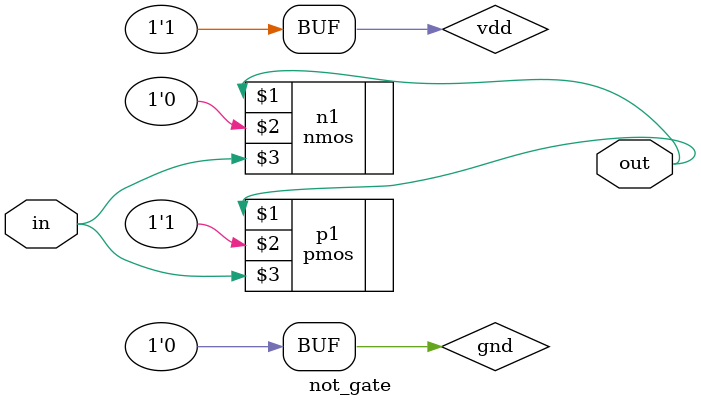
<source format=v>
module not_gate(in,out);
input in;
output out;
supply1 vdd;
supply0 gnd;
pmos p1 (out,vdd,in);
nmos n1 (out,gnd,in);
endmodule 

</source>
